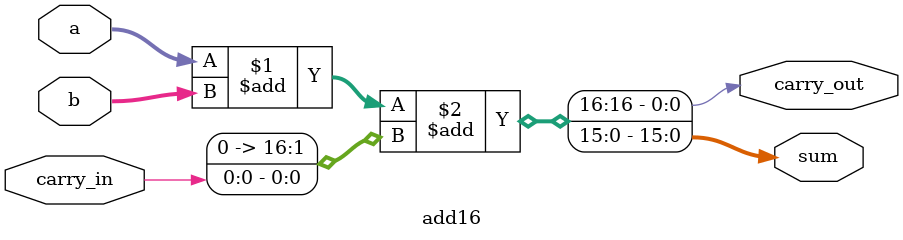
<source format=v>
`default_nettype none

module add16(
    input [15:0] a,
    input [15:0] b,
    input carry_in,
    output [15:0] sum,
    output carry_out
);
    assign {carry_out, sum} = a + b + {16'b0, carry_in};
endmodule


</source>
